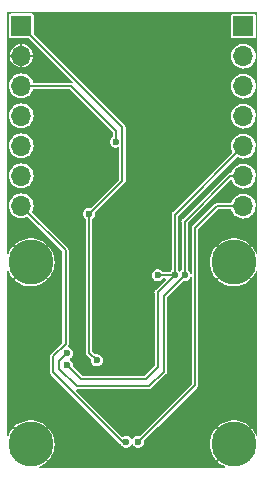
<source format=gbr>
%TF.GenerationSoftware,KiCad,Pcbnew,(6.0.7)*%
%TF.CreationDate,2022-10-22T00:01:00+08:00*%
%TF.ProjectId,pcb_rear,7063625f-7265-4617-922e-6b696361645f,rev?*%
%TF.SameCoordinates,Original*%
%TF.FileFunction,Copper,L2,Bot*%
%TF.FilePolarity,Positive*%
%FSLAX46Y46*%
G04 Gerber Fmt 4.6, Leading zero omitted, Abs format (unit mm)*
G04 Created by KiCad (PCBNEW (6.0.7)) date 2022-10-22 00:01:00*
%MOMM*%
%LPD*%
G01*
G04 APERTURE LIST*
%TA.AperFunction,ComponentPad*%
%ADD10C,3.800000*%
%TD*%
%TA.AperFunction,ComponentPad*%
%ADD11R,1.700000X1.700000*%
%TD*%
%TA.AperFunction,ComponentPad*%
%ADD12O,1.700000X1.700000*%
%TD*%
%TA.AperFunction,ViaPad*%
%ADD13C,0.600000*%
%TD*%
%TA.AperFunction,Conductor*%
%ADD14C,0.130000*%
%TD*%
G04 APERTURE END LIST*
D10*
%TO.P,H1,1,1*%
%TO.N,GND*%
X-8600000Y-12400000D03*
%TD*%
D11*
%TO.P,J1,1,Pin_1*%
%TO.N,+5V*%
X-9400000Y7620000D03*
D12*
%TO.P,J1,2,Pin_2*%
%TO.N,GND*%
X-9400000Y5080000D03*
%TO.P,J1,3,Pin_3*%
%TO.N,+3.3V*%
X-9400000Y2540000D03*
%TO.P,J1,4,Pin_4*%
%TO.N,/MOSI*%
X-9400000Y0D03*
%TO.P,J1,5,Pin_5*%
%TO.N,/MISO*%
X-9400000Y-2540000D03*
%TO.P,J1,6,Pin_6*%
%TO.N,/SCK*%
X-9400000Y-5080000D03*
%TO.P,J1,7,Pin_7*%
%TO.N,/TX*%
X-9400000Y-7620000D03*
%TD*%
D11*
%TO.P,J2,1,Pin_1*%
%TO.N,/D0*%
X9400000Y7600000D03*
D12*
%TO.P,J2,2,Pin_2*%
%TO.N,/D1*%
X9400000Y5060000D03*
%TO.P,J2,3,Pin_3*%
%TO.N,/P2*%
X9400000Y2520000D03*
%TO.P,J2,4,Pin_4*%
%TO.N,/P3*%
X9400000Y-20000D03*
%TO.P,J2,5,Pin_5*%
%TO.N,/SDA*%
X9400000Y-2560000D03*
%TO.P,J2,6,Pin_6*%
%TO.N,/SCL*%
X9400000Y-5100000D03*
%TO.P,J2,7,Pin_7*%
%TO.N,/RX*%
X9400000Y-7640000D03*
%TD*%
D10*
%TO.P,H2,1,1*%
%TO.N,GND*%
X8600000Y-12400000D03*
%TD*%
%TO.P,H4,1,1*%
%TO.N,GND*%
X-8600000Y-27800000D03*
%TD*%
%TO.P,H3,1,1*%
%TO.N,GND*%
X8600000Y-27800000D03*
%TD*%
D13*
%TO.N,GND*%
X-6000000Y-24600000D03*
X-3500000Y-2464500D03*
X-4600000Y-13050000D03*
%TO.N,/SDA*%
X2150000Y-13500000D03*
X-5500000Y-21100000D03*
X3600000Y-13500000D03*
%TO.N,/SCL*%
X-5500000Y-20100000D03*
X4435500Y-13500000D03*
%TO.N,+5V*%
X-3000000Y-20700000D03*
X-3650000Y-8300000D03*
%TO.N,+3.3V*%
X-1400000Y-2200000D03*
%TO.N,/TX*%
X-500000Y-27600000D03*
%TO.N,/RX*%
X500000Y-27600000D03*
%TD*%
D14*
%TO.N,/SDA*%
X2150000Y-21300000D02*
X1150000Y-22300000D01*
X-5500000Y-21100000D02*
X-4300000Y-22300000D01*
X2150000Y-15300000D02*
X2150000Y-21300000D01*
X3600000Y-8360000D02*
X3600000Y-13500000D01*
X2150000Y-14950000D02*
X2150000Y-15300000D01*
X2150000Y-13500000D02*
X3600000Y-13500000D01*
X3600000Y-13500000D02*
X2150000Y-14950000D01*
X9400000Y-2560000D02*
X3600000Y-8360000D01*
X-4300000Y-22300000D02*
X1150000Y-22300000D01*
%TO.N,/SCL*%
X-6200000Y-21400000D02*
X-4700000Y-22900000D01*
X9400000Y-5100000D02*
X8300000Y-5100000D01*
X4435500Y-8964500D02*
X4435500Y-13500000D01*
X2650000Y-15285500D02*
X4435500Y-13500000D01*
X2650000Y-21650000D02*
X2650000Y-15285500D01*
X-6200000Y-20800000D02*
X-6200000Y-21400000D01*
X1400000Y-22900000D02*
X2650000Y-21650000D01*
X-5500000Y-20100000D02*
X-6200000Y-20800000D01*
X-4700000Y-22900000D02*
X1400000Y-22900000D01*
X8300000Y-5100000D02*
X4435500Y-8964500D01*
%TO.N,+5V*%
X-835000Y-5485000D02*
X-835000Y-945000D01*
X-3000000Y-20700000D02*
X-3650000Y-20050000D01*
X-3650000Y-20050000D02*
X-3650000Y-20000000D01*
X-3650000Y-8300000D02*
X-835000Y-5485000D01*
X-835000Y-945000D02*
X-9400000Y7620000D01*
X-3650000Y-8300000D02*
X-3650000Y-20000000D01*
%TO.N,+3.3V*%
X-1400000Y-2200000D02*
X-1400000Y-1250000D01*
X-5190000Y2540000D02*
X-9400000Y2540000D01*
X-1400000Y-1250000D02*
X-5190000Y2540000D01*
%TO.N,/TX*%
X-6700000Y-20350000D02*
X-6700000Y-21700000D01*
X-6700000Y-21700000D02*
X-800000Y-27600000D01*
X-5650000Y-11370000D02*
X-5650000Y-19300000D01*
X-800000Y-27600000D02*
X-500000Y-27600000D01*
X-5650000Y-19300000D02*
X-6700000Y-20350000D01*
X-5650000Y-11370000D02*
X-9400000Y-7620000D01*
%TO.N,/RX*%
X9400000Y-7640000D02*
X7160000Y-7640000D01*
X5300000Y-9500000D02*
X5300000Y-22800000D01*
X5300000Y-22800000D02*
X500000Y-27600000D01*
X7160000Y-7640000D02*
X5300000Y-9500000D01*
%TD*%
%TA.AperFunction,Conductor*%
%TO.N,GND*%
G36*
X10581194Y8781194D02*
G01*
X10599500Y8737000D01*
X10599500Y-11610219D01*
X10581194Y-11654413D01*
X10537000Y-11672719D01*
X10492806Y-11654413D01*
X10478085Y-11631082D01*
X10465344Y-11595101D01*
X10463663Y-11591218D01*
X10338847Y-11349392D01*
X10336651Y-11345765D01*
X10180174Y-11123121D01*
X10177513Y-11119835D01*
X10087029Y-11022463D01*
X10078991Y-11018783D01*
X10069354Y-11022570D01*
X8700714Y-12391210D01*
X8697073Y-12400000D01*
X8700714Y-12408790D01*
X10069954Y-13778030D01*
X10078478Y-13781561D01*
X10087573Y-13777709D01*
X10150351Y-13712928D01*
X10153091Y-13709686D01*
X10314197Y-13490366D01*
X10316463Y-13486796D01*
X10446312Y-13247644D01*
X10448082Y-13243779D01*
X10478535Y-13163185D01*
X10511280Y-13128314D01*
X10559092Y-13126812D01*
X10593963Y-13159557D01*
X10599500Y-13185277D01*
X10599500Y-27010219D01*
X10581194Y-27054413D01*
X10537000Y-27072719D01*
X10492806Y-27054413D01*
X10478085Y-27031082D01*
X10465344Y-26995101D01*
X10463663Y-26991218D01*
X10338847Y-26749392D01*
X10336651Y-26745765D01*
X10180174Y-26523121D01*
X10177513Y-26519835D01*
X10087029Y-26422463D01*
X10078991Y-26418783D01*
X10069354Y-26422570D01*
X7219830Y-29272094D01*
X7216189Y-29280884D01*
X7218918Y-29287471D01*
X7404145Y-29442345D01*
X7407582Y-29444842D01*
X7638098Y-29589444D01*
X7641838Y-29591450D01*
X7838035Y-29680037D01*
X7870780Y-29714908D01*
X7869278Y-29762720D01*
X7834407Y-29795465D01*
X7812315Y-29799500D01*
X-7816125Y-29799500D01*
X-7860319Y-29781194D01*
X-7878625Y-29737000D01*
X-7860319Y-29692806D01*
X-7840043Y-29679258D01*
X-7698585Y-29620664D01*
X-7694783Y-29618777D01*
X-7459835Y-29481484D01*
X-7456318Y-29479094D01*
X-7242185Y-29311193D01*
X-7239014Y-29308338D01*
X-7220388Y-29289116D01*
X-7216779Y-29280002D01*
X-7220347Y-29271577D01*
X-8691924Y-27800000D01*
X-8502927Y-27800000D01*
X-8499286Y-27808790D01*
X-7130046Y-29178030D01*
X-7121522Y-29181561D01*
X-7112427Y-29177709D01*
X-7049649Y-29112928D01*
X-7046909Y-29109686D01*
X-6885803Y-28890366D01*
X-6883537Y-28886796D01*
X-6753688Y-28647644D01*
X-6751918Y-28643779D01*
X-6655732Y-28389227D01*
X-6654506Y-28385166D01*
X-6593750Y-28119895D01*
X-6593090Y-28115729D01*
X-6568819Y-27843769D01*
X-6568697Y-27841325D01*
X-6568277Y-27801225D01*
X-6568348Y-27798769D01*
X-6586916Y-27526397D01*
X-6587496Y-27522165D01*
X-6642676Y-27255710D01*
X-6643817Y-27251622D01*
X-6734656Y-26995101D01*
X-6736337Y-26991218D01*
X-6861153Y-26749392D01*
X-6863349Y-26745765D01*
X-7019826Y-26523121D01*
X-7022487Y-26519835D01*
X-7112971Y-26422463D01*
X-7121009Y-26418783D01*
X-7130646Y-26422570D01*
X-8499286Y-27791210D01*
X-8502927Y-27800000D01*
X-8691924Y-27800000D01*
X-10069787Y-26422137D01*
X-10078133Y-26418680D01*
X-10087427Y-26422673D01*
X-10164011Y-26503376D01*
X-10166725Y-26506657D01*
X-10325515Y-26727636D01*
X-10327755Y-26731249D01*
X-10455082Y-26971729D01*
X-10456817Y-26975625D01*
X-10478307Y-27034349D01*
X-10510685Y-27069560D01*
X-10558479Y-27071563D01*
X-10593690Y-27039185D01*
X-10599500Y-27012870D01*
X-10599500Y-26319328D01*
X-9984083Y-26319328D01*
X-9980569Y-26327507D01*
X-8608790Y-27699286D01*
X-8600000Y-27702927D01*
X-8591210Y-27699286D01*
X-7218890Y-26326966D01*
X-7215249Y-26318176D01*
X-7217891Y-26311800D01*
X-7421404Y-26145227D01*
X-7424872Y-26142762D01*
X-7656887Y-26000582D01*
X-7660656Y-25998612D01*
X-7909825Y-25889235D01*
X-7913820Y-25887796D01*
X-8175538Y-25813243D01*
X-8179684Y-25812362D01*
X-8449086Y-25774021D01*
X-8453331Y-25773709D01*
X-8725437Y-25772284D01*
X-8729694Y-25772552D01*
X-8999468Y-25808069D01*
X-9003647Y-25808911D01*
X-9266114Y-25880714D01*
X-9270131Y-25882113D01*
X-9520433Y-25988876D01*
X-9524215Y-25990803D01*
X-9757708Y-26130546D01*
X-9761202Y-26132974D01*
X-9973575Y-26303116D01*
X-9976697Y-26305988D01*
X-9980502Y-26309997D01*
X-9984083Y-26319328D01*
X-10599500Y-26319328D01*
X-10599500Y-13880884D01*
X-9983811Y-13880884D01*
X-9981082Y-13887471D01*
X-9795855Y-14042345D01*
X-9792418Y-14044842D01*
X-9561902Y-14189444D01*
X-9558162Y-14191450D01*
X-9310148Y-14303433D01*
X-9306159Y-14304916D01*
X-9045249Y-14382201D01*
X-9041108Y-14383126D01*
X-8772113Y-14424288D01*
X-8767882Y-14424643D01*
X-8495794Y-14428919D01*
X-8491555Y-14428696D01*
X-8221407Y-14396004D01*
X-8217230Y-14395207D01*
X-7954018Y-14326155D01*
X-7949991Y-14324800D01*
X-7698585Y-14220664D01*
X-7694783Y-14218777D01*
X-7459835Y-14081484D01*
X-7456318Y-14079094D01*
X-7242185Y-13911193D01*
X-7239014Y-13908338D01*
X-7220388Y-13889116D01*
X-7216779Y-13880002D01*
X-7220347Y-13871577D01*
X-8591210Y-12500714D01*
X-8600000Y-12497073D01*
X-8608790Y-12500714D01*
X-9980170Y-13872094D01*
X-9983811Y-13880884D01*
X-10599500Y-13880884D01*
X-10599500Y-13193300D01*
X-10581194Y-13149106D01*
X-10537000Y-13130800D01*
X-10492806Y-13149106D01*
X-10477870Y-13173055D01*
X-10473670Y-13185321D01*
X-10472031Y-13189223D01*
X-10349759Y-13432334D01*
X-10347596Y-13435992D01*
X-10193459Y-13660260D01*
X-10190828Y-13663580D01*
X-10087081Y-13777596D01*
X-10079257Y-13781278D01*
X-10069381Y-13777457D01*
X-8700714Y-12408790D01*
X-8697073Y-12400000D01*
X-8502927Y-12400000D01*
X-8499286Y-12408790D01*
X-7130046Y-13778030D01*
X-7121522Y-13781561D01*
X-7112427Y-13777709D01*
X-7049649Y-13712928D01*
X-7046909Y-13709686D01*
X-6885803Y-13490366D01*
X-6883537Y-13486796D01*
X-6753688Y-13247644D01*
X-6751918Y-13243779D01*
X-6655732Y-12989227D01*
X-6654506Y-12985166D01*
X-6593750Y-12719895D01*
X-6593090Y-12715729D01*
X-6568819Y-12443769D01*
X-6568697Y-12441325D01*
X-6568277Y-12401225D01*
X-6568348Y-12398769D01*
X-6586916Y-12126397D01*
X-6587496Y-12122165D01*
X-6642676Y-11855710D01*
X-6643817Y-11851622D01*
X-6734656Y-11595101D01*
X-6736337Y-11591218D01*
X-6861153Y-11349392D01*
X-6863349Y-11345765D01*
X-7019826Y-11123121D01*
X-7022487Y-11119835D01*
X-7112971Y-11022463D01*
X-7121009Y-11018783D01*
X-7130646Y-11022570D01*
X-8499286Y-12391210D01*
X-8502927Y-12400000D01*
X-8697073Y-12400000D01*
X-8700714Y-12391210D01*
X-10069787Y-11022137D01*
X-10078133Y-11018680D01*
X-10087427Y-11022673D01*
X-10164011Y-11103376D01*
X-10166725Y-11106657D01*
X-10325515Y-11327636D01*
X-10327755Y-11331249D01*
X-10455082Y-11571729D01*
X-10456817Y-11575625D01*
X-10478307Y-11634349D01*
X-10510685Y-11669560D01*
X-10558479Y-11671563D01*
X-10593690Y-11639185D01*
X-10599500Y-11612870D01*
X-10599500Y-10919328D01*
X-9984083Y-10919328D01*
X-9980569Y-10927507D01*
X-8608790Y-12299286D01*
X-8600000Y-12302927D01*
X-8591210Y-12299286D01*
X-7218890Y-10926966D01*
X-7215249Y-10918176D01*
X-7217891Y-10911800D01*
X-7421404Y-10745227D01*
X-7424872Y-10742762D01*
X-7656887Y-10600582D01*
X-7660656Y-10598612D01*
X-7909825Y-10489235D01*
X-7913820Y-10487796D01*
X-8175538Y-10413243D01*
X-8179684Y-10412362D01*
X-8449086Y-10374021D01*
X-8453331Y-10373709D01*
X-8725437Y-10372284D01*
X-8729694Y-10372552D01*
X-8999468Y-10408069D01*
X-9003647Y-10408911D01*
X-9266114Y-10480714D01*
X-9270131Y-10482113D01*
X-9520433Y-10588876D01*
X-9524215Y-10590803D01*
X-9757708Y-10730546D01*
X-9761202Y-10732974D01*
X-9973575Y-10903116D01*
X-9976697Y-10905988D01*
X-9980502Y-10909997D01*
X-9984083Y-10919328D01*
X-10599500Y-10919328D01*
X-10599500Y-7605262D01*
X-10455480Y-7605262D01*
X-10454242Y-7620000D01*
X-10438848Y-7803324D01*
X-10438241Y-7810553D01*
X-10381456Y-8008586D01*
X-10287288Y-8191818D01*
X-10285397Y-8194204D01*
X-10285395Y-8194207D01*
X-10245935Y-8243993D01*
X-10159323Y-8353270D01*
X-10156993Y-8355253D01*
X-10043705Y-8451668D01*
X-10002436Y-8486791D01*
X-9822602Y-8587297D01*
X-9819698Y-8588241D01*
X-9819697Y-8588241D01*
X-9629584Y-8650013D01*
X-9629579Y-8650014D01*
X-9626671Y-8650959D01*
X-9623630Y-8651322D01*
X-9623628Y-8651322D01*
X-9561558Y-8658723D01*
X-9422106Y-8675351D01*
X-9419064Y-8675117D01*
X-9419061Y-8675117D01*
X-9219751Y-8659781D01*
X-9219749Y-8659781D01*
X-9216700Y-8659546D01*
X-9018275Y-8604145D01*
X-9015552Y-8602770D01*
X-9015548Y-8602768D01*
X-8907876Y-8548379D01*
X-8860175Y-8544793D01*
X-8835502Y-8559972D01*
X-5933806Y-11461668D01*
X-5915500Y-11505862D01*
X-5915500Y-19164139D01*
X-5933806Y-19208333D01*
X-6864893Y-20139419D01*
X-6874364Y-20147192D01*
X-6891415Y-20158585D01*
X-6906226Y-20180752D01*
X-6950095Y-20246407D01*
X-6951296Y-20252444D01*
X-6952350Y-20257741D01*
X-6970702Y-20350000D01*
X-6969501Y-20356037D01*
X-6966701Y-20370113D01*
X-6965500Y-20382307D01*
X-6965500Y-21667693D01*
X-6966701Y-21679886D01*
X-6970702Y-21700000D01*
X-6960041Y-21753593D01*
X-6950095Y-21803593D01*
X-6891415Y-21891415D01*
X-6886298Y-21894834D01*
X-6874364Y-21902808D01*
X-6864893Y-21910581D01*
X-1010581Y-27764893D01*
X-1002808Y-27774364D01*
X-1000781Y-27777397D01*
X-991415Y-27791415D01*
X-969248Y-27806226D01*
X-965782Y-27808542D01*
X-943305Y-27835332D01*
X-931075Y-27863125D01*
X-931074Y-27863126D01*
X-929280Y-27867203D01*
X-926416Y-27870610D01*
X-839893Y-27973543D01*
X-839890Y-27973546D01*
X-837030Y-27976948D01*
X-717687Y-28056390D01*
X-700585Y-28061733D01*
X-585095Y-28097814D01*
X-585092Y-28097814D01*
X-580843Y-28099142D01*
X-576391Y-28099224D01*
X-576389Y-28099224D01*
X-505358Y-28100526D01*
X-437501Y-28101770D01*
X-299183Y-28064060D01*
X-177009Y-27989045D01*
X-80800Y-27882754D01*
X-61912Y-27843769D01*
X-56785Y-27833188D01*
X-21041Y-27801397D01*
X26712Y-27804193D01*
X56668Y-27835268D01*
X70720Y-27867203D01*
X73584Y-27870610D01*
X160107Y-27973543D01*
X160110Y-27973546D01*
X162970Y-27976948D01*
X282313Y-28056390D01*
X299415Y-28061733D01*
X414905Y-28097814D01*
X414908Y-28097814D01*
X419157Y-28099142D01*
X423609Y-28099224D01*
X423611Y-28099224D01*
X494642Y-28100526D01*
X562499Y-28101770D01*
X700817Y-28064060D01*
X822991Y-27989045D01*
X919200Y-27882754D01*
X968567Y-27780860D01*
X6568498Y-27780860D01*
X6584162Y-28052513D01*
X6584695Y-28056735D01*
X6637086Y-28323771D01*
X6638182Y-28327863D01*
X6726330Y-28585321D01*
X6727969Y-28589223D01*
X6850241Y-28832334D01*
X6852404Y-28835992D01*
X7006541Y-29060260D01*
X7009172Y-29063580D01*
X7112919Y-29177596D01*
X7120743Y-29181278D01*
X7130619Y-29177457D01*
X8499286Y-27808790D01*
X8502927Y-27800000D01*
X8499286Y-27791210D01*
X7130213Y-26422137D01*
X7121867Y-26418680D01*
X7112573Y-26422673D01*
X7035989Y-26503376D01*
X7033275Y-26506657D01*
X6874485Y-26727636D01*
X6872245Y-26731249D01*
X6744918Y-26971729D01*
X6743183Y-26975625D01*
X6649672Y-27231156D01*
X6648481Y-27235254D01*
X6590513Y-27501119D01*
X6589893Y-27505318D01*
X6568543Y-27776592D01*
X6568498Y-27780860D01*
X968567Y-27780860D01*
X981710Y-27753733D01*
X1005496Y-27612354D01*
X1005647Y-27600000D01*
X993772Y-27517081D01*
X1005628Y-27470738D01*
X1011447Y-27464027D01*
X2156146Y-26319328D01*
X7215917Y-26319328D01*
X7219431Y-26327507D01*
X8591210Y-27699286D01*
X8600000Y-27702927D01*
X8608790Y-27699286D01*
X9981110Y-26326966D01*
X9984751Y-26318176D01*
X9982109Y-26311800D01*
X9778596Y-26145227D01*
X9775128Y-26142762D01*
X9543113Y-26000582D01*
X9539344Y-25998612D01*
X9290175Y-25889235D01*
X9286180Y-25887796D01*
X9024462Y-25813243D01*
X9020316Y-25812362D01*
X8750914Y-25774021D01*
X8746669Y-25773709D01*
X8474563Y-25772284D01*
X8470306Y-25772552D01*
X8200532Y-25808069D01*
X8196353Y-25808911D01*
X7933886Y-25880714D01*
X7929869Y-25882113D01*
X7679567Y-25988876D01*
X7675785Y-25990803D01*
X7442292Y-26130546D01*
X7438798Y-26132974D01*
X7226425Y-26303116D01*
X7223303Y-26305988D01*
X7219498Y-26309997D01*
X7215917Y-26319328D01*
X2156146Y-26319328D01*
X5464893Y-23010581D01*
X5474364Y-23002808D01*
X5486298Y-22994834D01*
X5491415Y-22991415D01*
X5550095Y-22903593D01*
X5550810Y-22900000D01*
X5570702Y-22800000D01*
X5566701Y-22779886D01*
X5565500Y-22767693D01*
X5565500Y-13880884D01*
X7216189Y-13880884D01*
X7218918Y-13887471D01*
X7404145Y-14042345D01*
X7407582Y-14044842D01*
X7638098Y-14189444D01*
X7641838Y-14191450D01*
X7889852Y-14303433D01*
X7893841Y-14304916D01*
X8154751Y-14382201D01*
X8158892Y-14383126D01*
X8427887Y-14424288D01*
X8432118Y-14424643D01*
X8704206Y-14428919D01*
X8708445Y-14428696D01*
X8978593Y-14396004D01*
X8982770Y-14395207D01*
X9245982Y-14326155D01*
X9250009Y-14324800D01*
X9501415Y-14220664D01*
X9505217Y-14218777D01*
X9740165Y-14081484D01*
X9743682Y-14079094D01*
X9957815Y-13911193D01*
X9960986Y-13908338D01*
X9979612Y-13889116D01*
X9983221Y-13880002D01*
X9979653Y-13871577D01*
X8608790Y-12500714D01*
X8600000Y-12497073D01*
X8591210Y-12500714D01*
X7219830Y-13872094D01*
X7216189Y-13880884D01*
X5565500Y-13880884D01*
X5565500Y-12380860D01*
X6568498Y-12380860D01*
X6584162Y-12652513D01*
X6584695Y-12656735D01*
X6637086Y-12923771D01*
X6638182Y-12927863D01*
X6726330Y-13185321D01*
X6727969Y-13189223D01*
X6850241Y-13432334D01*
X6852404Y-13435992D01*
X7006541Y-13660260D01*
X7009172Y-13663580D01*
X7112919Y-13777596D01*
X7120743Y-13781278D01*
X7130619Y-13777457D01*
X8499286Y-12408790D01*
X8502927Y-12400000D01*
X8499286Y-12391210D01*
X7130213Y-11022137D01*
X7121867Y-11018680D01*
X7112573Y-11022673D01*
X7035989Y-11103376D01*
X7033275Y-11106657D01*
X6874485Y-11327636D01*
X6872245Y-11331249D01*
X6744918Y-11571729D01*
X6743183Y-11575625D01*
X6649672Y-11831156D01*
X6648481Y-11835254D01*
X6590513Y-12101119D01*
X6589893Y-12105318D01*
X6568543Y-12376592D01*
X6568498Y-12380860D01*
X5565500Y-12380860D01*
X5565500Y-10919328D01*
X7215917Y-10919328D01*
X7219431Y-10927507D01*
X8591210Y-12299286D01*
X8600000Y-12302927D01*
X8608790Y-12299286D01*
X9981110Y-10926966D01*
X9984751Y-10918176D01*
X9982109Y-10911800D01*
X9778596Y-10745227D01*
X9775128Y-10742762D01*
X9543113Y-10600582D01*
X9539344Y-10598612D01*
X9290175Y-10489235D01*
X9286180Y-10487796D01*
X9024462Y-10413243D01*
X9020316Y-10412362D01*
X8750914Y-10374021D01*
X8746669Y-10373709D01*
X8474563Y-10372284D01*
X8470306Y-10372552D01*
X8200532Y-10408069D01*
X8196353Y-10408911D01*
X7933886Y-10480714D01*
X7929869Y-10482113D01*
X7679567Y-10588876D01*
X7675785Y-10590803D01*
X7442292Y-10730546D01*
X7438798Y-10732974D01*
X7226425Y-10903116D01*
X7223303Y-10905988D01*
X7219498Y-10909997D01*
X7215917Y-10919328D01*
X5565500Y-10919328D01*
X5565500Y-9635862D01*
X5583806Y-9591668D01*
X7251667Y-7923806D01*
X7295861Y-7905500D01*
X8336153Y-7905500D01*
X8380347Y-7923806D01*
X8396232Y-7950773D01*
X8416767Y-8022388D01*
X8418544Y-8028586D01*
X8512712Y-8211818D01*
X8514603Y-8214204D01*
X8514605Y-8214207D01*
X8552838Y-8262445D01*
X8640677Y-8373270D01*
X8643007Y-8375253D01*
X8732795Y-8451668D01*
X8797564Y-8506791D01*
X8977398Y-8607297D01*
X8980302Y-8608241D01*
X8980303Y-8608241D01*
X9170416Y-8670013D01*
X9170421Y-8670014D01*
X9173329Y-8670959D01*
X9176370Y-8671322D01*
X9176372Y-8671322D01*
X9245344Y-8679546D01*
X9377894Y-8695351D01*
X9380936Y-8695117D01*
X9380939Y-8695117D01*
X9580249Y-8679781D01*
X9580251Y-8679781D01*
X9583300Y-8679546D01*
X9781725Y-8624145D01*
X9784448Y-8622770D01*
X9784452Y-8622768D01*
X9962890Y-8532632D01*
X9965610Y-8531258D01*
X9968008Y-8529385D01*
X9968012Y-8529382D01*
X10093214Y-8431563D01*
X10127951Y-8404424D01*
X10156910Y-8370875D01*
X10216002Y-8302415D01*
X10262564Y-8248472D01*
X10364323Y-8069344D01*
X10429351Y-7873863D01*
X10432261Y-7850834D01*
X10454951Y-7671216D01*
X10454951Y-7671215D01*
X10455171Y-7669474D01*
X10455427Y-7651216D01*
X10455559Y-7641739D01*
X10455559Y-7641733D01*
X10455583Y-7640000D01*
X10455414Y-7638280D01*
X10455414Y-7638271D01*
X10435778Y-7438010D01*
X10435480Y-7434970D01*
X10375935Y-7237749D01*
X10279218Y-7055849D01*
X10149011Y-6896200D01*
X9990275Y-6764882D01*
X9809055Y-6666897D01*
X9741522Y-6645992D01*
X9615169Y-6606879D01*
X9615166Y-6606878D01*
X9612254Y-6605977D01*
X9609221Y-6605658D01*
X9609220Y-6605658D01*
X9556660Y-6600134D01*
X9407369Y-6584443D01*
X9404336Y-6584719D01*
X9404332Y-6584719D01*
X9291436Y-6594993D01*
X9202203Y-6603114D01*
X9199270Y-6603977D01*
X9199266Y-6603978D01*
X9056516Y-6645992D01*
X9004572Y-6661280D01*
X8822002Y-6756726D01*
X8661447Y-6885815D01*
X8529024Y-7043630D01*
X8468446Y-7153822D01*
X8433302Y-7217749D01*
X8429776Y-7224162D01*
X8425466Y-7237749D01*
X8395917Y-7330898D01*
X8365105Y-7367489D01*
X8336343Y-7374500D01*
X7192307Y-7374500D01*
X7180113Y-7373299D01*
X7160000Y-7369298D01*
X7153962Y-7370499D01*
X7062442Y-7388704D01*
X7062440Y-7388705D01*
X7056407Y-7389905D01*
X6968585Y-7448585D01*
X6965166Y-7453702D01*
X6957190Y-7465639D01*
X6949417Y-7475110D01*
X5135107Y-9289419D01*
X5125636Y-9297192D01*
X5108585Y-9308585D01*
X5093774Y-9330752D01*
X5049905Y-9396407D01*
X5029298Y-9500000D01*
X5030499Y-9506037D01*
X5033299Y-9520113D01*
X5034500Y-9532307D01*
X5034500Y-13319637D01*
X5016194Y-13363831D01*
X4972000Y-13382137D01*
X4927806Y-13363831D01*
X4915105Y-13345506D01*
X4863326Y-13231624D01*
X4861484Y-13227572D01*
X4767900Y-13118963D01*
X4761678Y-13114930D01*
X4729505Y-13094076D01*
X4702377Y-13054677D01*
X4701000Y-13041630D01*
X4701000Y-9100362D01*
X4719306Y-9056168D01*
X6444576Y-7330898D01*
X8314178Y-5461295D01*
X8358372Y-5442989D01*
X8402566Y-5461295D01*
X8415495Y-5483236D01*
X8416577Y-5482808D01*
X8417702Y-5485650D01*
X8418544Y-5488586D01*
X8512712Y-5671818D01*
X8514603Y-5674204D01*
X8514605Y-5674207D01*
X8543598Y-5710787D01*
X8640677Y-5833270D01*
X8797564Y-5966791D01*
X8977398Y-6067297D01*
X8980302Y-6068241D01*
X8980303Y-6068241D01*
X9170416Y-6130013D01*
X9170421Y-6130014D01*
X9173329Y-6130959D01*
X9176370Y-6131322D01*
X9176372Y-6131322D01*
X9238442Y-6138723D01*
X9377894Y-6155351D01*
X9380936Y-6155117D01*
X9380939Y-6155117D01*
X9580249Y-6139781D01*
X9580251Y-6139781D01*
X9583300Y-6139546D01*
X9781725Y-6084145D01*
X9784448Y-6082770D01*
X9784452Y-6082768D01*
X9962890Y-5992632D01*
X9965610Y-5991258D01*
X9968008Y-5989385D01*
X9968012Y-5989382D01*
X10053014Y-5922971D01*
X10127951Y-5864424D01*
X10145215Y-5844424D01*
X10180980Y-5802989D01*
X10262564Y-5708472D01*
X10364323Y-5529344D01*
X10429351Y-5333863D01*
X10432261Y-5310834D01*
X10454951Y-5131216D01*
X10454951Y-5131215D01*
X10455171Y-5129474D01*
X10455427Y-5111216D01*
X10455559Y-5101739D01*
X10455559Y-5101733D01*
X10455583Y-5100000D01*
X10455414Y-5098280D01*
X10455414Y-5098271D01*
X10435778Y-4898010D01*
X10435480Y-4894970D01*
X10375935Y-4697749D01*
X10279218Y-4515849D01*
X10149011Y-4356200D01*
X9990275Y-4224882D01*
X9809055Y-4126897D01*
X9741522Y-4105992D01*
X9615169Y-4066879D01*
X9615166Y-4066878D01*
X9612254Y-4065977D01*
X9609221Y-4065658D01*
X9609220Y-4065658D01*
X9556660Y-4060134D01*
X9407369Y-4044443D01*
X9404336Y-4044719D01*
X9404332Y-4044719D01*
X9291436Y-4054993D01*
X9202203Y-4063114D01*
X9199270Y-4063977D01*
X9199266Y-4063978D01*
X9056516Y-4105992D01*
X9004572Y-4121280D01*
X8822002Y-4216726D01*
X8661447Y-4345815D01*
X8529024Y-4503630D01*
X8468446Y-4613822D01*
X8433302Y-4677749D01*
X8429776Y-4684162D01*
X8425466Y-4697749D01*
X8395917Y-4790898D01*
X8365105Y-4827489D01*
X8336343Y-4834500D01*
X8332302Y-4834500D01*
X8320109Y-4833299D01*
X8306038Y-4830500D01*
X8300000Y-4829299D01*
X8273853Y-4834500D01*
X8196407Y-4849905D01*
X8108585Y-4908585D01*
X8105166Y-4913702D01*
X8097190Y-4925639D01*
X8089417Y-4935110D01*
X4270607Y-8753919D01*
X4261136Y-8761692D01*
X4244085Y-8773085D01*
X4229274Y-8795252D01*
X4185405Y-8860907D01*
X4164798Y-8964500D01*
X4165999Y-8970537D01*
X4168799Y-8984613D01*
X4170000Y-8996807D01*
X4170000Y-13041206D01*
X4151694Y-13085400D01*
X4140851Y-13094064D01*
X4111542Y-13112556D01*
X4111540Y-13112557D01*
X4107780Y-13114930D01*
X4104837Y-13118262D01*
X4104835Y-13118264D01*
X4064677Y-13163735D01*
X4021701Y-13184742D01*
X3976458Y-13169208D01*
X3970483Y-13163160D01*
X3935306Y-13122336D01*
X3932400Y-13118963D01*
X3926178Y-13114930D01*
X3894005Y-13094076D01*
X3866877Y-13054677D01*
X3865500Y-13041630D01*
X3865500Y-8495862D01*
X3883806Y-8451668D01*
X8835421Y-3500053D01*
X8879615Y-3481747D01*
X8910106Y-3489689D01*
X8977398Y-3527297D01*
X8980302Y-3528241D01*
X8980303Y-3528241D01*
X9170416Y-3590013D01*
X9170421Y-3590014D01*
X9173329Y-3590959D01*
X9176370Y-3591322D01*
X9176372Y-3591322D01*
X9238442Y-3598723D01*
X9377894Y-3615351D01*
X9380936Y-3615117D01*
X9380939Y-3615117D01*
X9580249Y-3599781D01*
X9580251Y-3599781D01*
X9583300Y-3599546D01*
X9781725Y-3544145D01*
X9784448Y-3542770D01*
X9784452Y-3542768D01*
X9962890Y-3452632D01*
X9965610Y-3451258D01*
X9968008Y-3449385D01*
X9968012Y-3449382D01*
X10053014Y-3382971D01*
X10127951Y-3324424D01*
X10145215Y-3304424D01*
X10180980Y-3262989D01*
X10262564Y-3168472D01*
X10364323Y-2989344D01*
X10429351Y-2793863D01*
X10432261Y-2770834D01*
X10454951Y-2591216D01*
X10454951Y-2591215D01*
X10455171Y-2589474D01*
X10455347Y-2576948D01*
X10455559Y-2561739D01*
X10455559Y-2561733D01*
X10455583Y-2560000D01*
X10455414Y-2558280D01*
X10455414Y-2558271D01*
X10435778Y-2358010D01*
X10435480Y-2354970D01*
X10375935Y-2157749D01*
X10331033Y-2073301D01*
X10280653Y-1978547D01*
X10280651Y-1978544D01*
X10279218Y-1975849D01*
X10149011Y-1816200D01*
X9990275Y-1684882D01*
X9809055Y-1586897D01*
X9741522Y-1565992D01*
X9615169Y-1526879D01*
X9615166Y-1526878D01*
X9612254Y-1525977D01*
X9609221Y-1525658D01*
X9609220Y-1525658D01*
X9556660Y-1520134D01*
X9407369Y-1504443D01*
X9404336Y-1504719D01*
X9404332Y-1504719D01*
X9291436Y-1514993D01*
X9202203Y-1523114D01*
X9199270Y-1523977D01*
X9199266Y-1523978D01*
X9056516Y-1565992D01*
X9004572Y-1581280D01*
X8822002Y-1676726D01*
X8661447Y-1805815D01*
X8529024Y-1963630D01*
X8482568Y-2048134D01*
X8433302Y-2137749D01*
X8429776Y-2144162D01*
X8367484Y-2340532D01*
X8367143Y-2343570D01*
X8367143Y-2343571D01*
X8346422Y-2528309D01*
X8344520Y-2545262D01*
X8346895Y-2573543D01*
X8360080Y-2730553D01*
X8361759Y-2750553D01*
X8418544Y-2948586D01*
X8471511Y-3051649D01*
X8475430Y-3099322D01*
X8460116Y-3124410D01*
X3435107Y-8149419D01*
X3425636Y-8157192D01*
X3408585Y-8168585D01*
X3405166Y-8173702D01*
X3405164Y-8173704D01*
X3358201Y-8243991D01*
X3358200Y-8243993D01*
X3349905Y-8256407D01*
X3329298Y-8360000D01*
X3330499Y-8366037D01*
X3333299Y-8380113D01*
X3334500Y-8392307D01*
X3334500Y-13041206D01*
X3316194Y-13085400D01*
X3305351Y-13094064D01*
X3276042Y-13112556D01*
X3276040Y-13112557D01*
X3272280Y-13114930D01*
X3269337Y-13118262D01*
X3269335Y-13118264D01*
X3258264Y-13130800D01*
X3203067Y-13193300D01*
X3185339Y-13213373D01*
X3138493Y-13234500D01*
X2610602Y-13234500D01*
X2563254Y-13212798D01*
X2485303Y-13122332D01*
X2482400Y-13118963D01*
X2362095Y-13040985D01*
X2349456Y-13037205D01*
X2315663Y-13027099D01*
X2224739Y-12999907D01*
X2153058Y-12999469D01*
X2085829Y-12999058D01*
X2085828Y-12999058D01*
X2081376Y-12999031D01*
X1943529Y-13038428D01*
X1822280Y-13114930D01*
X1819337Y-13118262D01*
X1819335Y-13118264D01*
X1735339Y-13213373D01*
X1727377Y-13222388D01*
X1666447Y-13352163D01*
X1644391Y-13493823D01*
X1644968Y-13498236D01*
X1644968Y-13498238D01*
X1646814Y-13512354D01*
X1662980Y-13635979D01*
X1720720Y-13767203D01*
X1723584Y-13770610D01*
X1810107Y-13873543D01*
X1810110Y-13873546D01*
X1812970Y-13876948D01*
X1932313Y-13956390D01*
X1936564Y-13957718D01*
X2064905Y-13997814D01*
X2064908Y-13997814D01*
X2069157Y-13999142D01*
X2073609Y-13999224D01*
X2073611Y-13999224D01*
X2144642Y-14000526D01*
X2212499Y-14001770D01*
X2350817Y-13964060D01*
X2472991Y-13889045D01*
X2566210Y-13786058D01*
X2612546Y-13765500D01*
X2808138Y-13765500D01*
X2852332Y-13783806D01*
X2870638Y-13828000D01*
X2852332Y-13872194D01*
X1985107Y-14739419D01*
X1975636Y-14747192D01*
X1958585Y-14758585D01*
X1943774Y-14780752D01*
X1899905Y-14846407D01*
X1879298Y-14950000D01*
X1880499Y-14956037D01*
X1883299Y-14970113D01*
X1884500Y-14982307D01*
X1884500Y-21164138D01*
X1866194Y-21208332D01*
X1058332Y-22016194D01*
X1014138Y-22034500D01*
X-4164139Y-22034500D01*
X-4208333Y-22016194D01*
X-4988664Y-21235862D01*
X-5006970Y-21191668D01*
X-5006104Y-21181298D01*
X-5003216Y-21164138D01*
X-4994504Y-21112354D01*
X-4994353Y-21100000D01*
X-5014677Y-20958082D01*
X-5074016Y-20827572D01*
X-5167600Y-20718963D01*
X-5171333Y-20716543D01*
X-5171337Y-20716540D01*
X-5271214Y-20651802D01*
X-5298343Y-20612404D01*
X-5289666Y-20565362D01*
X-5269924Y-20546095D01*
X-5177009Y-20489045D01*
X-5080800Y-20382754D01*
X-5018290Y-20253733D01*
X-5016552Y-20243406D01*
X-5006532Y-20183845D01*
X-4994504Y-20112354D01*
X-4994353Y-20100000D01*
X-5014677Y-19958082D01*
X-5074016Y-19827572D01*
X-5167600Y-19718963D01*
X-5287905Y-19640985D01*
X-5292168Y-19639710D01*
X-5420996Y-19601182D01*
X-5420999Y-19601182D01*
X-5425261Y-19599907D01*
X-5428438Y-19599888D01*
X-5469037Y-19575495D01*
X-5480611Y-19529081D01*
X-5463170Y-19494479D01*
X-5458585Y-19491415D01*
X-5399905Y-19403593D01*
X-5398705Y-19397560D01*
X-5398704Y-19397558D01*
X-5380499Y-19306038D01*
X-5379298Y-19300000D01*
X-5383299Y-19279886D01*
X-5384500Y-19267693D01*
X-5384500Y-11402307D01*
X-5383299Y-11390113D01*
X-5380499Y-11376037D01*
X-5379298Y-11370000D01*
X-5399905Y-11266408D01*
X-5399905Y-11266407D01*
X-5458585Y-11178585D01*
X-5475636Y-11167192D01*
X-5485107Y-11159419D01*
X-8459795Y-8184731D01*
X-8478101Y-8140537D01*
X-8469945Y-8109666D01*
X-8447039Y-8069344D01*
X-8435677Y-8049344D01*
X-8370649Y-7853863D01*
X-8368544Y-7837205D01*
X-8345049Y-7651216D01*
X-8345049Y-7651215D01*
X-8344829Y-7649474D01*
X-8344720Y-7641739D01*
X-8344441Y-7621739D01*
X-8344441Y-7621733D01*
X-8344417Y-7620000D01*
X-8344586Y-7618280D01*
X-8344586Y-7618271D01*
X-8364222Y-7418010D01*
X-8364520Y-7414970D01*
X-8424065Y-7217749D01*
X-8511406Y-7053482D01*
X-8519347Y-7038547D01*
X-8519349Y-7038544D01*
X-8520782Y-7035849D01*
X-8650989Y-6876200D01*
X-8809725Y-6744882D01*
X-8990945Y-6646897D01*
X-9123136Y-6605977D01*
X-9184831Y-6586879D01*
X-9184834Y-6586878D01*
X-9187746Y-6585977D01*
X-9190779Y-6585658D01*
X-9190780Y-6585658D01*
X-9243340Y-6580134D01*
X-9392631Y-6564443D01*
X-9395664Y-6564719D01*
X-9395668Y-6564719D01*
X-9508564Y-6574993D01*
X-9597797Y-6583114D01*
X-9600730Y-6583977D01*
X-9600734Y-6583978D01*
X-9750995Y-6628203D01*
X-9795428Y-6641280D01*
X-9977998Y-6736726D01*
X-10138553Y-6865815D01*
X-10270976Y-7023630D01*
X-10370224Y-7204162D01*
X-10432516Y-7400532D01*
X-10432857Y-7403570D01*
X-10432857Y-7403571D01*
X-10437522Y-7445166D01*
X-10455480Y-7605262D01*
X-10599500Y-7605262D01*
X-10599500Y-5065262D01*
X-10455480Y-5065262D01*
X-10438241Y-5270553D01*
X-10381456Y-5468586D01*
X-10287288Y-5651818D01*
X-10285397Y-5654204D01*
X-10285395Y-5654207D01*
X-10244495Y-5705810D01*
X-10159323Y-5813270D01*
X-10002436Y-5946791D01*
X-9822602Y-6047297D01*
X-9819698Y-6048241D01*
X-9819697Y-6048241D01*
X-9629584Y-6110013D01*
X-9629579Y-6110014D01*
X-9626671Y-6110959D01*
X-9623630Y-6111322D01*
X-9623628Y-6111322D01*
X-9561558Y-6118723D01*
X-9422106Y-6135351D01*
X-9419064Y-6135117D01*
X-9419061Y-6135117D01*
X-9219751Y-6119781D01*
X-9219749Y-6119781D01*
X-9216700Y-6119546D01*
X-9018275Y-6064145D01*
X-9015552Y-6062770D01*
X-9015548Y-6062768D01*
X-8837110Y-5972632D01*
X-8834390Y-5971258D01*
X-8831992Y-5969385D01*
X-8831988Y-5969382D01*
X-8746986Y-5902971D01*
X-8672049Y-5844424D01*
X-8664132Y-5835253D01*
X-8556698Y-5710787D01*
X-8537436Y-5688472D01*
X-8448551Y-5532006D01*
X-8437189Y-5512006D01*
X-8437188Y-5512004D01*
X-8435677Y-5509344D01*
X-8370649Y-5313863D01*
X-8365548Y-5273489D01*
X-8345049Y-5111216D01*
X-8345049Y-5111215D01*
X-8344829Y-5109474D01*
X-8344720Y-5101739D01*
X-8344441Y-5081739D01*
X-8344441Y-5081733D01*
X-8344417Y-5080000D01*
X-8344586Y-5078280D01*
X-8344586Y-5078271D01*
X-8364222Y-4878010D01*
X-8364520Y-4874970D01*
X-8424065Y-4677749D01*
X-8511406Y-4513482D01*
X-8519347Y-4498547D01*
X-8519349Y-4498544D01*
X-8520782Y-4495849D01*
X-8650989Y-4336200D01*
X-8809725Y-4204882D01*
X-8990945Y-4106897D01*
X-9123136Y-4065977D01*
X-9184831Y-4046879D01*
X-9184834Y-4046878D01*
X-9187746Y-4045977D01*
X-9190779Y-4045658D01*
X-9190780Y-4045658D01*
X-9243340Y-4040134D01*
X-9392631Y-4024443D01*
X-9395664Y-4024719D01*
X-9395668Y-4024719D01*
X-9508564Y-4034993D01*
X-9597797Y-4043114D01*
X-9600730Y-4043977D01*
X-9600734Y-4043978D01*
X-9750995Y-4088203D01*
X-9795428Y-4101280D01*
X-9977998Y-4196726D01*
X-10138553Y-4325815D01*
X-10270976Y-4483630D01*
X-10370224Y-4664162D01*
X-10432516Y-4860532D01*
X-10432857Y-4863570D01*
X-10432857Y-4863571D01*
X-10437522Y-4905166D01*
X-10455480Y-5065262D01*
X-10599500Y-5065262D01*
X-10599500Y-2525262D01*
X-10455480Y-2525262D01*
X-10453545Y-2548309D01*
X-10440756Y-2700598D01*
X-10438241Y-2730553D01*
X-10381456Y-2928586D01*
X-10287288Y-3111818D01*
X-10285397Y-3114204D01*
X-10285395Y-3114207D01*
X-10256402Y-3150787D01*
X-10159323Y-3273270D01*
X-10002436Y-3406791D01*
X-9822602Y-3507297D01*
X-9819698Y-3508241D01*
X-9819697Y-3508241D01*
X-9629584Y-3570013D01*
X-9629579Y-3570014D01*
X-9626671Y-3570959D01*
X-9623630Y-3571322D01*
X-9623628Y-3571322D01*
X-9561558Y-3578723D01*
X-9422106Y-3595351D01*
X-9419064Y-3595117D01*
X-9419061Y-3595117D01*
X-9219751Y-3579781D01*
X-9219749Y-3579781D01*
X-9216700Y-3579546D01*
X-9018275Y-3524145D01*
X-9015552Y-3522770D01*
X-9015548Y-3522768D01*
X-8837110Y-3432632D01*
X-8834390Y-3431258D01*
X-8831992Y-3429385D01*
X-8831988Y-3429382D01*
X-8746986Y-3362971D01*
X-8672049Y-3304424D01*
X-8643090Y-3270875D01*
X-8556698Y-3170787D01*
X-8537436Y-3148472D01*
X-8448551Y-2992006D01*
X-8437189Y-2972006D01*
X-8437188Y-2972004D01*
X-8435677Y-2969344D01*
X-8370649Y-2773863D01*
X-8365548Y-2733489D01*
X-8345049Y-2571216D01*
X-8345049Y-2571215D01*
X-8344829Y-2569474D01*
X-8344720Y-2561739D01*
X-8344441Y-2541739D01*
X-8344441Y-2541733D01*
X-8344417Y-2540000D01*
X-8344586Y-2538280D01*
X-8344586Y-2538271D01*
X-8364222Y-2338010D01*
X-8364520Y-2334970D01*
X-8424065Y-2137749D01*
X-8511406Y-1973482D01*
X-8519347Y-1958547D01*
X-8519349Y-1958544D01*
X-8520782Y-1955849D01*
X-8650989Y-1796200D01*
X-8809725Y-1664882D01*
X-8990945Y-1566897D01*
X-9123136Y-1525977D01*
X-9184831Y-1506879D01*
X-9184834Y-1506878D01*
X-9187746Y-1505977D01*
X-9190779Y-1505658D01*
X-9190780Y-1505658D01*
X-9243340Y-1500134D01*
X-9392631Y-1484443D01*
X-9395664Y-1484719D01*
X-9395668Y-1484719D01*
X-9508564Y-1494993D01*
X-9597797Y-1503114D01*
X-9600730Y-1503977D01*
X-9600734Y-1503978D01*
X-9750995Y-1548203D01*
X-9795428Y-1561280D01*
X-9977998Y-1656726D01*
X-10138553Y-1785815D01*
X-10270976Y-1943630D01*
X-10370224Y-2124162D01*
X-10432516Y-2320532D01*
X-10432857Y-2323570D01*
X-10432857Y-2323571D01*
X-10436050Y-2352042D01*
X-10455480Y-2525262D01*
X-10599500Y-2525262D01*
X-10599500Y14738D01*
X-10455480Y14738D01*
X-10438241Y-190553D01*
X-10381456Y-388586D01*
X-10287288Y-571818D01*
X-10285397Y-574204D01*
X-10285395Y-574207D01*
X-10256402Y-610787D01*
X-10159323Y-733270D01*
X-10002436Y-866791D01*
X-9822602Y-967297D01*
X-9819698Y-968241D01*
X-9819697Y-968241D01*
X-9629584Y-1030013D01*
X-9629579Y-1030014D01*
X-9626671Y-1030959D01*
X-9623630Y-1031322D01*
X-9623628Y-1031322D01*
X-9507386Y-1045182D01*
X-9422106Y-1055351D01*
X-9419064Y-1055117D01*
X-9419061Y-1055117D01*
X-9219751Y-1039781D01*
X-9219749Y-1039781D01*
X-9216700Y-1039546D01*
X-9018275Y-984145D01*
X-9015552Y-982770D01*
X-9015548Y-982768D01*
X-8837110Y-892632D01*
X-8834390Y-891258D01*
X-8831992Y-889385D01*
X-8831988Y-889382D01*
X-8746986Y-822971D01*
X-8672049Y-764424D01*
X-8667109Y-758702D01*
X-8556698Y-630787D01*
X-8537436Y-608472D01*
X-8448551Y-452006D01*
X-8437189Y-432006D01*
X-8437188Y-432004D01*
X-8435677Y-429344D01*
X-8370649Y-233863D01*
X-8365548Y-193489D01*
X-8345049Y-31216D01*
X-8345049Y-31215D01*
X-8344829Y-29474D01*
X-8344720Y-21739D01*
X-8344441Y-1739D01*
X-8344441Y-1733D01*
X-8344417Y0D01*
X-8344586Y1720D01*
X-8344586Y1729D01*
X-8364222Y201990D01*
X-8364520Y205030D01*
X-8424065Y402251D01*
X-8511406Y566518D01*
X-8519347Y581453D01*
X-8519349Y581456D01*
X-8520782Y584151D01*
X-8650989Y743800D01*
X-8809725Y875118D01*
X-8990945Y973103D01*
X-9123136Y1014023D01*
X-9184831Y1033121D01*
X-9184834Y1033122D01*
X-9187746Y1034023D01*
X-9190779Y1034342D01*
X-9190780Y1034342D01*
X-9243340Y1039866D01*
X-9392631Y1055557D01*
X-9395664Y1055281D01*
X-9395668Y1055281D01*
X-9508564Y1045007D01*
X-9597797Y1036886D01*
X-9600730Y1036023D01*
X-9600734Y1036022D01*
X-9750995Y991797D01*
X-9795428Y978720D01*
X-9977998Y883274D01*
X-10138553Y754185D01*
X-10270976Y596370D01*
X-10370224Y415838D01*
X-10432516Y219468D01*
X-10432857Y216430D01*
X-10432857Y216429D01*
X-10436050Y187958D01*
X-10455480Y14738D01*
X-10599500Y14738D01*
X-10599500Y2554738D01*
X-10455480Y2554738D01*
X-10438241Y2349447D01*
X-10381456Y2151414D01*
X-10287288Y1968182D01*
X-10285397Y1965796D01*
X-10285395Y1965793D01*
X-10256402Y1929213D01*
X-10159323Y1806730D01*
X-10002436Y1673209D01*
X-9822602Y1572703D01*
X-9819698Y1571759D01*
X-9819697Y1571759D01*
X-9629584Y1509987D01*
X-9629579Y1509986D01*
X-9626671Y1509041D01*
X-9623630Y1508678D01*
X-9623628Y1508678D01*
X-9561558Y1501277D01*
X-9422106Y1484649D01*
X-9419064Y1484883D01*
X-9419061Y1484883D01*
X-9219751Y1500219D01*
X-9219749Y1500219D01*
X-9216700Y1500454D01*
X-9018275Y1555855D01*
X-9015552Y1557230D01*
X-9015548Y1557232D01*
X-8837110Y1647368D01*
X-8834390Y1648742D01*
X-8831992Y1650615D01*
X-8831988Y1650618D01*
X-8746986Y1717029D01*
X-8672049Y1775576D01*
X-8664132Y1784747D01*
X-8556698Y1909213D01*
X-8537436Y1931528D01*
X-8448551Y2087994D01*
X-8437189Y2107994D01*
X-8437188Y2107996D01*
X-8435677Y2110656D01*
X-8395401Y2231728D01*
X-8364081Y2267885D01*
X-8336096Y2274500D01*
X-5325862Y2274500D01*
X-5281668Y2256194D01*
X-1683806Y-1341667D01*
X-1665500Y-1385861D01*
X-1665500Y-1741206D01*
X-1683806Y-1785400D01*
X-1694647Y-1794063D01*
X-1700314Y-1797638D01*
X-1723958Y-1812556D01*
X-1723960Y-1812557D01*
X-1727720Y-1814930D01*
X-1730663Y-1818262D01*
X-1730665Y-1818264D01*
X-1730934Y-1818569D01*
X-1822623Y-1922388D01*
X-1883553Y-2052163D01*
X-1905609Y-2193823D01*
X-1887020Y-2335979D01*
X-1829280Y-2467203D01*
X-1826416Y-2470610D01*
X-1739893Y-2573543D01*
X-1739890Y-2573546D01*
X-1737030Y-2576948D01*
X-1617687Y-2656390D01*
X-1613436Y-2657718D01*
X-1485095Y-2697814D01*
X-1485092Y-2697814D01*
X-1480843Y-2699142D01*
X-1476391Y-2699224D01*
X-1476389Y-2699224D01*
X-1405358Y-2700526D01*
X-1337501Y-2701770D01*
X-1199183Y-2664060D01*
X-1195390Y-2661731D01*
X-1191302Y-2659962D01*
X-1190792Y-2661140D01*
X-1148458Y-2654400D01*
X-1109736Y-2682486D01*
X-1100500Y-2715185D01*
X-1100500Y-5349139D01*
X-1118806Y-5393333D01*
X-3510492Y-7785018D01*
X-3554686Y-7803324D01*
X-3566552Y-7801589D01*
X-3566590Y-7801841D01*
X-3570995Y-7801183D01*
X-3575261Y-7799907D01*
X-3646942Y-7799469D01*
X-3714171Y-7799058D01*
X-3714172Y-7799058D01*
X-3718624Y-7799031D01*
X-3856471Y-7838428D01*
X-3977720Y-7914930D01*
X-3980663Y-7918262D01*
X-3980665Y-7918264D01*
X-4069676Y-8019051D01*
X-4072623Y-8022388D01*
X-4133553Y-8152163D01*
X-4155609Y-8293823D01*
X-4155032Y-8298236D01*
X-4155032Y-8298238D01*
X-4153501Y-8309942D01*
X-4137020Y-8435979D01*
X-4135227Y-8440054D01*
X-4105206Y-8508281D01*
X-4079280Y-8567203D01*
X-4076416Y-8570610D01*
X-3989893Y-8673543D01*
X-3989890Y-8673546D01*
X-3987030Y-8676948D01*
X-3959735Y-8695117D01*
X-3943367Y-8706013D01*
X-3916722Y-8745740D01*
X-3915500Y-8758040D01*
X-3915500Y-20017693D01*
X-3916701Y-20029886D01*
X-3920702Y-20050000D01*
X-3910041Y-20103593D01*
X-3900095Y-20153593D01*
X-3841415Y-20241415D01*
X-3836298Y-20244834D01*
X-3824364Y-20252808D01*
X-3814893Y-20260581D01*
X-3511354Y-20564120D01*
X-3493048Y-20608314D01*
X-3493791Y-20617923D01*
X-3505609Y-20693823D01*
X-3505032Y-20698236D01*
X-3505032Y-20698238D01*
X-3502322Y-20718963D01*
X-3487020Y-20835979D01*
X-3485227Y-20840054D01*
X-3431353Y-20962491D01*
X-3429280Y-20967203D01*
X-3426416Y-20970610D01*
X-3339893Y-21073543D01*
X-3339890Y-21073546D01*
X-3337030Y-21076948D01*
X-3217687Y-21156390D01*
X-3213436Y-21157718D01*
X-3085095Y-21197814D01*
X-3085092Y-21197814D01*
X-3080843Y-21199142D01*
X-3076391Y-21199224D01*
X-3076389Y-21199224D01*
X-3005358Y-21200526D01*
X-2937501Y-21201770D01*
X-2799183Y-21164060D01*
X-2677009Y-21089045D01*
X-2580800Y-20982754D01*
X-2518290Y-20853733D01*
X-2515988Y-20840054D01*
X-2495616Y-20718963D01*
X-2494504Y-20712354D01*
X-2494353Y-20700000D01*
X-2514677Y-20558082D01*
X-2574016Y-20427572D01*
X-2667600Y-20318963D01*
X-2787905Y-20240985D01*
X-2925261Y-20199907D01*
X-2996943Y-20199469D01*
X-3064171Y-20199058D01*
X-3064172Y-20199058D01*
X-3068624Y-20199031D01*
X-3074579Y-20200733D01*
X-3077495Y-20201566D01*
X-3125018Y-20196107D01*
X-3138861Y-20185665D01*
X-3366194Y-19958332D01*
X-3384500Y-19914138D01*
X-3384500Y-8759310D01*
X-3366194Y-8715116D01*
X-3354706Y-8706051D01*
X-3327009Y-8689045D01*
X-3230800Y-8582754D01*
X-3168290Y-8453733D01*
X-3165988Y-8440054D01*
X-3152520Y-8360000D01*
X-3144504Y-8312354D01*
X-3144353Y-8300000D01*
X-3156228Y-8217081D01*
X-3144372Y-8170738D01*
X-3138553Y-8164027D01*
X-670110Y-5695583D01*
X-660639Y-5687810D01*
X-648702Y-5679834D01*
X-643585Y-5676415D01*
X-584905Y-5588593D01*
X-583165Y-5579847D01*
X-569670Y-5512006D01*
X-565499Y-5491038D01*
X-564298Y-5485000D01*
X-568299Y-5464886D01*
X-569500Y-5452693D01*
X-569500Y-977307D01*
X-568299Y-965113D01*
X-565499Y-951037D01*
X-564298Y-945000D01*
X-574715Y-892632D01*
X-583704Y-847442D01*
X-583705Y-847440D01*
X-584905Y-841407D01*
X-643585Y-753585D01*
X-660639Y-742190D01*
X-670110Y-734417D01*
X-1399265Y-5262D01*
X8344520Y-5262D01*
X8348085Y-47721D01*
X8360080Y-190553D01*
X8361759Y-210553D01*
X8418544Y-408586D01*
X8512712Y-591818D01*
X8514603Y-594204D01*
X8514605Y-594207D01*
X8543598Y-630787D01*
X8640677Y-753270D01*
X8797564Y-886791D01*
X8977398Y-987297D01*
X8980302Y-988241D01*
X8980303Y-988241D01*
X9170416Y-1050013D01*
X9170421Y-1050014D01*
X9173329Y-1050959D01*
X9176370Y-1051322D01*
X9176372Y-1051322D01*
X9238442Y-1058723D01*
X9377894Y-1075351D01*
X9380936Y-1075117D01*
X9380939Y-1075117D01*
X9580249Y-1059781D01*
X9580251Y-1059781D01*
X9583300Y-1059546D01*
X9781725Y-1004145D01*
X9784448Y-1002770D01*
X9784452Y-1002768D01*
X9962890Y-912632D01*
X9965610Y-911258D01*
X9968008Y-909385D01*
X9968012Y-909382D01*
X10061565Y-836290D01*
X10127951Y-784424D01*
X10145215Y-764424D01*
X10180980Y-722989D01*
X10262564Y-628472D01*
X10364323Y-449344D01*
X10429351Y-253863D01*
X10432261Y-230834D01*
X10454951Y-51216D01*
X10454951Y-51215D01*
X10455171Y-49474D01*
X10455427Y-31216D01*
X10455559Y-21739D01*
X10455559Y-21733D01*
X10455583Y-20000D01*
X10455414Y-18280D01*
X10455414Y-18271D01*
X10435778Y181990D01*
X10435480Y185030D01*
X10375935Y382251D01*
X10279218Y564151D01*
X10149011Y723800D01*
X9990275Y855118D01*
X9809055Y953103D01*
X9741522Y974008D01*
X9615169Y1013121D01*
X9615166Y1013122D01*
X9612254Y1014023D01*
X9609221Y1014342D01*
X9609220Y1014342D01*
X9556660Y1019866D01*
X9407369Y1035557D01*
X9404336Y1035281D01*
X9404332Y1035281D01*
X9291436Y1025007D01*
X9202203Y1016886D01*
X9199270Y1016023D01*
X9199266Y1016022D01*
X9056516Y974008D01*
X9004572Y958720D01*
X8822002Y863274D01*
X8661447Y734185D01*
X8529024Y576370D01*
X8468446Y466178D01*
X8433302Y402251D01*
X8429776Y395838D01*
X8367484Y199468D01*
X8367143Y196430D01*
X8367143Y196429D01*
X8346422Y11691D01*
X8344520Y-5262D01*
X-1399265Y-5262D01*
X-3939264Y2534738D01*
X8344520Y2534738D01*
X8345758Y2520000D01*
X8360080Y2349447D01*
X8361759Y2329447D01*
X8418544Y2131414D01*
X8512712Y1948182D01*
X8514603Y1945796D01*
X8514605Y1945793D01*
X8543598Y1909213D01*
X8640677Y1786730D01*
X8797564Y1653209D01*
X8977398Y1552703D01*
X8980302Y1551759D01*
X8980303Y1551759D01*
X9170416Y1489987D01*
X9170421Y1489986D01*
X9173329Y1489041D01*
X9176370Y1488678D01*
X9176372Y1488678D01*
X9238442Y1481277D01*
X9377894Y1464649D01*
X9380936Y1464883D01*
X9380939Y1464883D01*
X9580249Y1480219D01*
X9580251Y1480219D01*
X9583300Y1480454D01*
X9781725Y1535855D01*
X9784448Y1537230D01*
X9784452Y1537232D01*
X9962890Y1627368D01*
X9965610Y1628742D01*
X9968008Y1630615D01*
X9968012Y1630618D01*
X10053014Y1697029D01*
X10127951Y1755576D01*
X10145215Y1775576D01*
X10180980Y1817011D01*
X10262564Y1911528D01*
X10364323Y2090656D01*
X10429351Y2286137D01*
X10434452Y2326511D01*
X10454951Y2488784D01*
X10454951Y2488785D01*
X10455171Y2490526D01*
X10455583Y2520000D01*
X10455414Y2521720D01*
X10455414Y2521729D01*
X10438057Y2698751D01*
X10435480Y2725030D01*
X10375935Y2922251D01*
X10279218Y3104151D01*
X10149011Y3263800D01*
X9990275Y3395118D01*
X9809055Y3493103D01*
X9741522Y3514008D01*
X9615169Y3553121D01*
X9615166Y3553122D01*
X9612254Y3554023D01*
X9609221Y3554342D01*
X9609220Y3554342D01*
X9556660Y3559866D01*
X9407369Y3575557D01*
X9404336Y3575281D01*
X9404332Y3575281D01*
X9291436Y3565007D01*
X9202203Y3556886D01*
X9199270Y3556023D01*
X9199266Y3556022D01*
X9056516Y3514008D01*
X9004572Y3498720D01*
X8822002Y3403274D01*
X8661447Y3274185D01*
X8529024Y3116370D01*
X8468446Y3006178D01*
X8433302Y2942251D01*
X8429776Y2935838D01*
X8367484Y2739468D01*
X8367143Y2736430D01*
X8367143Y2736429D01*
X8346422Y2551691D01*
X8344520Y2534738D01*
X-3939264Y2534738D01*
X-6479264Y5074738D01*
X8344520Y5074738D01*
X8345758Y5060000D01*
X8359207Y4899843D01*
X8361759Y4869447D01*
X8418544Y4671414D01*
X8512712Y4488182D01*
X8514603Y4485796D01*
X8514605Y4485793D01*
X8543598Y4449213D01*
X8640677Y4326730D01*
X8797564Y4193209D01*
X8977398Y4092703D01*
X8980302Y4091759D01*
X8980303Y4091759D01*
X9170416Y4029987D01*
X9170421Y4029986D01*
X9173329Y4029041D01*
X9176370Y4028678D01*
X9176372Y4028678D01*
X9238442Y4021277D01*
X9377894Y4004649D01*
X9380936Y4004883D01*
X9380939Y4004883D01*
X9580249Y4020219D01*
X9580251Y4020219D01*
X9583300Y4020454D01*
X9781725Y4075855D01*
X9784448Y4077230D01*
X9784452Y4077232D01*
X9962890Y4167368D01*
X9965610Y4168742D01*
X9968008Y4170615D01*
X9968012Y4170618D01*
X10102687Y4275838D01*
X10127951Y4295576D01*
X10156910Y4329125D01*
X10189758Y4367181D01*
X10262564Y4451528D01*
X10364323Y4630656D01*
X10429351Y4826137D01*
X10434328Y4865529D01*
X10454951Y5028784D01*
X10454951Y5028785D01*
X10455171Y5030526D01*
X10455583Y5060000D01*
X10455414Y5061720D01*
X10455414Y5061729D01*
X10435778Y5261990D01*
X10435480Y5265030D01*
X10375935Y5462251D01*
X10331033Y5546699D01*
X10280653Y5641453D01*
X10280651Y5641456D01*
X10279218Y5644151D01*
X10149011Y5803800D01*
X9990275Y5935118D01*
X9809055Y6033103D01*
X9740604Y6054292D01*
X9615169Y6093121D01*
X9615166Y6093122D01*
X9612254Y6094023D01*
X9609221Y6094342D01*
X9609220Y6094342D01*
X9556660Y6099866D01*
X9407369Y6115557D01*
X9404336Y6115281D01*
X9404332Y6115281D01*
X9291436Y6105007D01*
X9202203Y6096886D01*
X9199270Y6096023D01*
X9199266Y6096022D01*
X9057481Y6054292D01*
X9004572Y6038720D01*
X8822002Y5943274D01*
X8661447Y5814185D01*
X8529024Y5656370D01*
X8429776Y5475838D01*
X8367484Y5279468D01*
X8367143Y5276430D01*
X8367143Y5276429D01*
X8353529Y5155052D01*
X8344520Y5074738D01*
X-6479264Y5074738D01*
X-8134778Y6730252D01*
X8349500Y6730252D01*
X8350099Y6727242D01*
X8350099Y6727239D01*
X8357155Y6691769D01*
X8361133Y6671769D01*
X8405448Y6605448D01*
X8410562Y6602031D01*
X8466653Y6564551D01*
X8466655Y6564550D01*
X8471769Y6561133D01*
X8477803Y6559933D01*
X8477805Y6559932D01*
X8527239Y6550099D01*
X8527242Y6550099D01*
X8530252Y6549500D01*
X10269748Y6549500D01*
X10272758Y6550099D01*
X10272761Y6550099D01*
X10322195Y6559932D01*
X10322197Y6559933D01*
X10328231Y6561133D01*
X10333345Y6564550D01*
X10333347Y6564551D01*
X10389438Y6602031D01*
X10394552Y6605448D01*
X10438867Y6671769D01*
X10442846Y6691769D01*
X10449901Y6727239D01*
X10449901Y6727242D01*
X10450500Y6730252D01*
X10450500Y8469748D01*
X10446522Y8489748D01*
X10440068Y8522195D01*
X10440067Y8522197D01*
X10438867Y8528231D01*
X10429537Y8542195D01*
X10397969Y8589438D01*
X10394552Y8594552D01*
X10372274Y8609438D01*
X10333347Y8635449D01*
X10333345Y8635450D01*
X10328231Y8638867D01*
X10322197Y8640067D01*
X10322195Y8640068D01*
X10272761Y8649901D01*
X10272758Y8649901D01*
X10269748Y8650500D01*
X8530252Y8650500D01*
X8527242Y8649901D01*
X8527239Y8649901D01*
X8477805Y8640068D01*
X8477803Y8640067D01*
X8471769Y8638867D01*
X8466655Y8635450D01*
X8466653Y8635449D01*
X8427726Y8609438D01*
X8405448Y8594552D01*
X8402031Y8589438D01*
X8370464Y8542195D01*
X8361133Y8528231D01*
X8359933Y8522197D01*
X8359932Y8522195D01*
X8353478Y8489748D01*
X8349500Y8469748D01*
X8349500Y6730252D01*
X-8134778Y6730252D01*
X-8331194Y6926668D01*
X-8349500Y6970862D01*
X-8349500Y8489748D01*
X-8355954Y8522195D01*
X-8359932Y8542195D01*
X-8359933Y8542197D01*
X-8361133Y8548231D01*
X-8405448Y8614552D01*
X-8441837Y8638867D01*
X-8466653Y8655449D01*
X-8466655Y8655450D01*
X-8471769Y8658867D01*
X-8477803Y8660067D01*
X-8477805Y8660068D01*
X-8527239Y8669901D01*
X-8527242Y8669901D01*
X-8530252Y8670500D01*
X-10269748Y8670500D01*
X-10272758Y8669901D01*
X-10272761Y8669901D01*
X-10322195Y8660068D01*
X-10322197Y8660067D01*
X-10328231Y8658867D01*
X-10333345Y8655450D01*
X-10333347Y8655449D01*
X-10358163Y8638867D01*
X-10394552Y8614552D01*
X-10438867Y8548231D01*
X-10440067Y8542197D01*
X-10440068Y8542195D01*
X-10444046Y8522195D01*
X-10450500Y8489748D01*
X-10450500Y6750252D01*
X-10449901Y6747242D01*
X-10449901Y6747239D01*
X-10445922Y6727239D01*
X-10438867Y6691769D01*
X-10435450Y6686655D01*
X-10435449Y6686653D01*
X-10422085Y6666653D01*
X-10394552Y6625448D01*
X-10389438Y6622031D01*
X-10333347Y6584551D01*
X-10333345Y6584550D01*
X-10328231Y6581133D01*
X-10322197Y6579933D01*
X-10322195Y6579932D01*
X-10272761Y6570099D01*
X-10272758Y6570099D01*
X-10269748Y6569500D01*
X-8750862Y6569500D01*
X-8706668Y6551194D01*
X-5056287Y2900813D01*
X-5037981Y2856619D01*
X-5056287Y2812425D01*
X-5100481Y2794119D01*
X-5112672Y2795320D01*
X-5190000Y2810702D01*
X-5210113Y2806701D01*
X-5222307Y2805500D01*
X-8336361Y2805500D01*
X-8380555Y2823806D01*
X-8396193Y2849935D01*
X-8423181Y2939323D01*
X-8424065Y2942251D01*
X-8511406Y3106518D01*
X-8519347Y3121453D01*
X-8519349Y3121456D01*
X-8520782Y3124151D01*
X-8650989Y3283800D01*
X-8809725Y3415118D01*
X-8990945Y3513103D01*
X-9123136Y3554023D01*
X-9184831Y3573121D01*
X-9184834Y3573122D01*
X-9187746Y3574023D01*
X-9190779Y3574342D01*
X-9190780Y3574342D01*
X-9243340Y3579866D01*
X-9392631Y3595557D01*
X-9395664Y3595281D01*
X-9395668Y3595281D01*
X-9508564Y3585007D01*
X-9597797Y3576886D01*
X-9600730Y3576023D01*
X-9600734Y3576022D01*
X-9750995Y3531797D01*
X-9795428Y3518720D01*
X-9977998Y3423274D01*
X-10138553Y3294185D01*
X-10270976Y3136370D01*
X-10370224Y2955838D01*
X-10432516Y2759468D01*
X-10432857Y2756430D01*
X-10432857Y2756429D01*
X-10436050Y2727958D01*
X-10455480Y2554738D01*
X-10599500Y2554738D01*
X-10599500Y5004664D01*
X-10374154Y5004664D01*
X-10365855Y4905822D01*
X-10364757Y4899843D01*
X-10313629Y4721538D01*
X-10311392Y4715888D01*
X-10226599Y4550899D01*
X-10223314Y4545802D01*
X-10108093Y4400430D01*
X-10103865Y4396052D01*
X-9962614Y4275838D01*
X-9957618Y4272366D01*
X-9795699Y4181872D01*
X-9790128Y4179438D01*
X-9613724Y4122120D01*
X-9607767Y4120811D01*
X-9477344Y4105259D01*
X-9468185Y4107834D01*
X-9465000Y4113508D01*
X-9465000Y4117503D01*
X-9335000Y4117503D01*
X-9331901Y4110023D01*
X-9321356Y4106122D01*
X-9232576Y4112953D01*
X-9226578Y4114011D01*
X-9047927Y4163891D01*
X-9042256Y4166090D01*
X-8876684Y4249726D01*
X-8871562Y4252976D01*
X-8725389Y4367181D01*
X-8720985Y4371374D01*
X-8599786Y4511786D01*
X-8596275Y4516763D01*
X-8504660Y4678034D01*
X-8502183Y4683598D01*
X-8443633Y4859605D01*
X-8442287Y4865529D01*
X-8424963Y5002666D01*
X-8427474Y5011844D01*
X-8433007Y5015000D01*
X-9322569Y5015000D01*
X-9331359Y5011359D01*
X-9335000Y5002569D01*
X-9335000Y4117503D01*
X-9465000Y4117503D01*
X-9465000Y5002569D01*
X-9468641Y5011359D01*
X-9477431Y5015000D01*
X-10362591Y5015000D01*
X-10371381Y5011359D01*
X-10374154Y5004664D01*
X-10599500Y5004664D01*
X-10599500Y5157356D01*
X-10374492Y5157356D01*
X-10371853Y5148212D01*
X-10366034Y5145000D01*
X-9477431Y5145000D01*
X-9468641Y5148641D01*
X-9465000Y5157431D01*
X-9335000Y5157431D01*
X-9331359Y5148641D01*
X-9322569Y5145000D01*
X-8437077Y5145000D01*
X-8428287Y5148641D01*
X-8425632Y5155052D01*
X-8436672Y5267644D01*
X-8437853Y5273609D01*
X-8491466Y5451185D01*
X-8493782Y5456804D01*
X-8580864Y5620581D01*
X-8584230Y5625646D01*
X-8701463Y5769389D01*
X-8705752Y5773708D01*
X-8848668Y5891939D01*
X-8853717Y5895344D01*
X-9016871Y5983561D01*
X-9022489Y5985923D01*
X-9199681Y6040773D01*
X-9205630Y6041994D01*
X-9322638Y6054292D01*
X-9331760Y6051590D01*
X-9335000Y6045622D01*
X-9335000Y5157431D01*
X-9465000Y5157431D01*
X-9465000Y6042733D01*
X-9468641Y6051523D01*
X-9475192Y6054236D01*
X-9580912Y6044615D01*
X-9586892Y6043474D01*
X-9764833Y5991103D01*
X-9770465Y5988827D01*
X-9934854Y5902888D01*
X-9939935Y5899562D01*
X-10084496Y5783332D01*
X-10088844Y5779074D01*
X-10208067Y5636989D01*
X-10211511Y5631959D01*
X-10300867Y5469423D01*
X-10303265Y5463826D01*
X-10359349Y5287028D01*
X-10360615Y5281074D01*
X-10374492Y5157356D01*
X-10599500Y5157356D01*
X-10599500Y8737000D01*
X-10581194Y8781194D01*
X-10537000Y8799500D01*
X10537000Y8799500D01*
X10581194Y8781194D01*
G37*
%TD.AperFunction*%
%TD*%
%TA.AperFunction,NonConductor*%
G36*
X4999251Y-13627743D02*
G01*
X5031041Y-13663486D01*
X5034500Y-13683989D01*
X5034500Y-22664138D01*
X5016194Y-22708332D01*
X639508Y-27085018D01*
X595314Y-27103324D01*
X583448Y-27101589D01*
X583410Y-27101841D01*
X579005Y-27101183D01*
X574739Y-27099907D01*
X503058Y-27099469D01*
X435829Y-27099058D01*
X435828Y-27099058D01*
X431376Y-27099031D01*
X293529Y-27138428D01*
X172280Y-27214930D01*
X169337Y-27218262D01*
X169335Y-27218264D01*
X80324Y-27319051D01*
X77377Y-27322388D01*
X75485Y-27326418D01*
X56754Y-27366314D01*
X21402Y-27398538D01*
X-26383Y-27396327D01*
X-56716Y-27365621D01*
X-72173Y-27331624D01*
X-72175Y-27331620D01*
X-74016Y-27327572D01*
X-167600Y-27218963D01*
X-287905Y-27140985D01*
X-300544Y-27137205D01*
X-334337Y-27127099D01*
X-425261Y-27099907D01*
X-496942Y-27099469D01*
X-564171Y-27099058D01*
X-564172Y-27099058D01*
X-568624Y-27099031D01*
X-706471Y-27138428D01*
X-774375Y-27181272D01*
X-821517Y-27189373D01*
X-851918Y-27172608D01*
X-4748332Y-23276194D01*
X-4766638Y-23232000D01*
X-4748332Y-23187806D01*
X-4704754Y-23169755D01*
X-4700000Y-23170701D01*
X-4679891Y-23166701D01*
X-4667698Y-23165500D01*
X1367693Y-23165500D01*
X1379886Y-23166701D01*
X1400000Y-23170702D01*
X1406038Y-23169501D01*
X1497558Y-23151296D01*
X1497560Y-23151295D01*
X1503593Y-23150095D01*
X1569248Y-23106226D01*
X1591415Y-23091415D01*
X1602808Y-23074364D01*
X1610581Y-23064893D01*
X2814893Y-21860581D01*
X2824364Y-21852808D01*
X2836298Y-21844834D01*
X2841415Y-21841415D01*
X2900095Y-21753593D01*
X2901295Y-21747560D01*
X2901296Y-21747558D01*
X2919501Y-21656038D01*
X2920702Y-21650000D01*
X2916701Y-21629886D01*
X2915500Y-21617693D01*
X2915500Y-15421362D01*
X2933806Y-15377168D01*
X4295736Y-14015238D01*
X4339930Y-13996932D01*
X4349920Y-13997736D01*
X4350411Y-13997816D01*
X4354657Y-13999142D01*
X4359104Y-13999224D01*
X4359107Y-13999224D01*
X4434073Y-14000598D01*
X4497999Y-14001770D01*
X4636317Y-13964060D01*
X4758491Y-13889045D01*
X4854700Y-13782754D01*
X4915754Y-13656738D01*
X4951497Y-13624948D01*
X4999251Y-13627743D01*
G37*
%TD.AperFunction*%
M02*

</source>
